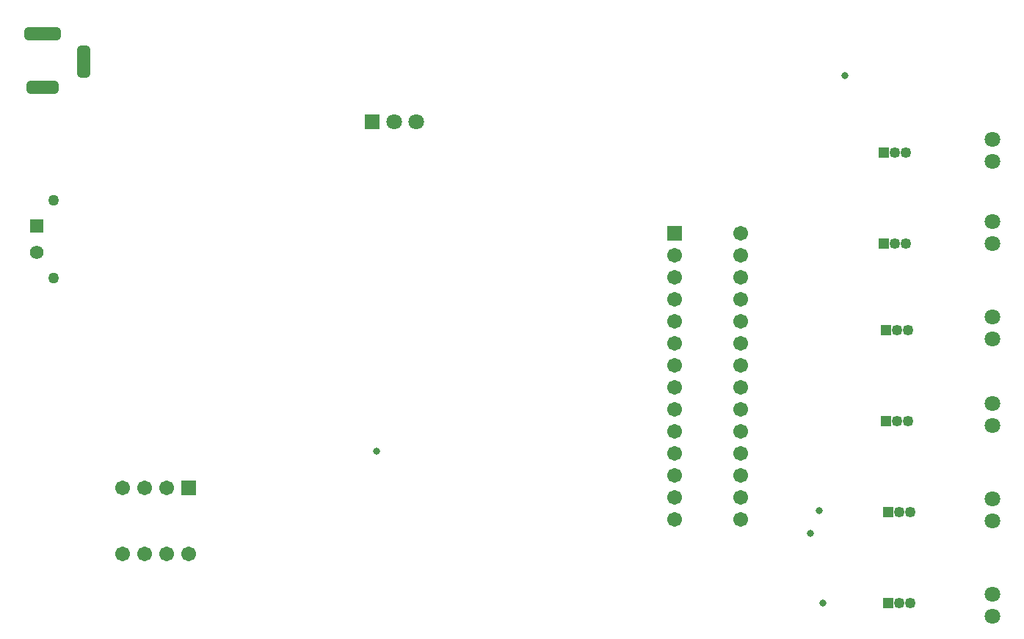
<source format=gbs>
G04*
G04 #@! TF.GenerationSoftware,Altium Limited,Altium Designer,21.2.2 (38)*
G04*
G04 Layer_Color=16711935*
%FSLAX25Y25*%
%MOIN*%
G70*
G04*
G04 #@! TF.SameCoordinates,D655011B-D58E-49C3-9971-1785A8161550*
G04*
G04*
G04 #@! TF.FilePolarity,Negative*
G04*
G01*
G75*
G04:AMPARAMS|DCode=40|XSize=165.48mil|YSize=59.18mil|CornerRadius=16.8mil|HoleSize=0mil|Usage=FLASHONLY|Rotation=180.000|XOffset=0mil|YOffset=0mil|HoleType=Round|Shape=RoundedRectangle|*
%AMROUNDEDRECTD40*
21,1,0.16548,0.02559,0,0,180.0*
21,1,0.13189,0.05918,0,0,180.0*
1,1,0.03359,-0.06594,0.01280*
1,1,0.03359,0.06594,0.01280*
1,1,0.03359,0.06594,-0.01280*
1,1,0.03359,-0.06594,-0.01280*
%
%ADD40ROUNDEDRECTD40*%
G04:AMPARAMS|DCode=41|XSize=145.8mil|YSize=59.18mil|CornerRadius=16.8mil|HoleSize=0mil|Usage=FLASHONLY|Rotation=180.000|XOffset=0mil|YOffset=0mil|HoleType=Round|Shape=RoundedRectangle|*
%AMROUNDEDRECTD41*
21,1,0.14580,0.02559,0,0,180.0*
21,1,0.11221,0.05918,0,0,180.0*
1,1,0.03359,-0.05610,0.01280*
1,1,0.03359,0.05610,0.01280*
1,1,0.03359,0.05610,-0.01280*
1,1,0.03359,-0.05610,-0.01280*
%
%ADD41ROUNDEDRECTD41*%
G04:AMPARAMS|DCode=42|XSize=145.8mil|YSize=59.18mil|CornerRadius=16.8mil|HoleSize=0mil|Usage=FLASHONLY|Rotation=270.000|XOffset=0mil|YOffset=0mil|HoleType=Round|Shape=RoundedRectangle|*
%AMROUNDEDRECTD42*
21,1,0.14580,0.02559,0,0,270.0*
21,1,0.11221,0.05918,0,0,270.0*
1,1,0.03359,-0.01280,-0.05610*
1,1,0.03359,-0.01280,0.05610*
1,1,0.03359,0.01280,0.05610*
1,1,0.03359,0.01280,-0.05610*
%
%ADD42ROUNDEDRECTD42*%
%ADD43R,0.06181X0.06181*%
%ADD44C,0.06181*%
%ADD45C,0.05000*%
%ADD46R,0.07099X0.07099*%
%ADD47C,0.07099*%
%ADD48R,0.04934X0.04934*%
%ADD49C,0.04934*%
%ADD50C,0.06706*%
%ADD51R,0.06706X0.06706*%
%ADD52R,0.06706X0.06706*%
%ADD53C,0.03162*%
D40*
X62992Y333465D02*
D03*
D41*
Y309055D02*
D03*
D42*
X81496Y320866D02*
D03*
D43*
X60295Y246063D02*
D03*
D44*
Y234252D02*
D03*
D45*
X68012Y257874D02*
D03*
Y222441D02*
D03*
D46*
X212598Y293307D02*
D03*
D47*
X222598D02*
D03*
X232598D02*
D03*
X494095Y285591D02*
D03*
Y275591D02*
D03*
Y248189D02*
D03*
Y238189D02*
D03*
Y204882D02*
D03*
Y194882D02*
D03*
Y165512D02*
D03*
Y155512D02*
D03*
Y122205D02*
D03*
Y112205D02*
D03*
Y78898D02*
D03*
Y68898D02*
D03*
D48*
X444882Y279528D02*
D03*
Y238189D02*
D03*
X445787Y198819D02*
D03*
Y157480D02*
D03*
X446850Y116142D02*
D03*
Y74803D02*
D03*
D49*
X449882Y279528D02*
D03*
X454882D02*
D03*
X449882Y238189D02*
D03*
X454882D02*
D03*
X450787Y198819D02*
D03*
X455787D02*
D03*
X450787Y157480D02*
D03*
X455787D02*
D03*
X451850Y116142D02*
D03*
X456850D02*
D03*
X451850Y74803D02*
D03*
X456850D02*
D03*
D50*
X379921Y112756D02*
D03*
Y122756D02*
D03*
Y132756D02*
D03*
Y142756D02*
D03*
Y152756D02*
D03*
Y162756D02*
D03*
Y172756D02*
D03*
Y182756D02*
D03*
Y192756D02*
D03*
Y202756D02*
D03*
Y212756D02*
D03*
Y222756D02*
D03*
Y232756D02*
D03*
Y242756D02*
D03*
X349921Y112756D02*
D03*
Y122756D02*
D03*
Y132756D02*
D03*
Y142756D02*
D03*
Y152756D02*
D03*
Y162756D02*
D03*
Y172756D02*
D03*
Y182756D02*
D03*
Y192756D02*
D03*
Y202756D02*
D03*
Y212756D02*
D03*
Y222756D02*
D03*
Y232756D02*
D03*
X99173Y97205D02*
D03*
X109173D02*
D03*
X119173D02*
D03*
X129173D02*
D03*
X99173Y127205D02*
D03*
X109173D02*
D03*
X119173D02*
D03*
D51*
X349921Y242756D02*
D03*
D52*
X129173Y127205D02*
D03*
D53*
X214690Y143701D02*
D03*
X411417Y106490D02*
D03*
X415590Y116690D02*
D03*
X417290Y74790D02*
D03*
X427165Y314290D02*
D03*
M02*

</source>
